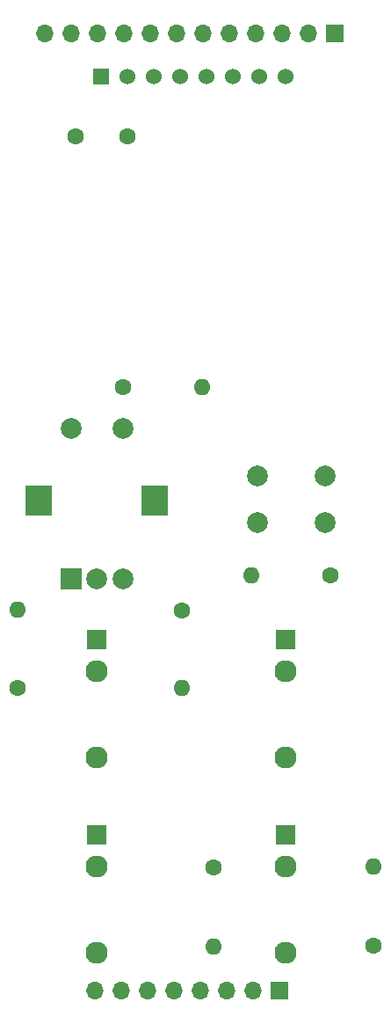
<source format=gts>
G04 #@! TF.GenerationSoftware,KiCad,Pcbnew,(7.0.0)*
G04 #@! TF.CreationDate,2023-03-19T22:56:20+00:00*
G04 #@! TF.ProjectId,front_microlidian,66726f6e-745f-46d6-9963-726f6c696469,rev?*
G04 #@! TF.SameCoordinates,Original*
G04 #@! TF.FileFunction,Soldermask,Top*
G04 #@! TF.FilePolarity,Negative*
%FSLAX46Y46*%
G04 Gerber Fmt 4.6, Leading zero omitted, Abs format (unit mm)*
G04 Created by KiCad (PCBNEW (7.0.0)) date 2023-03-19 22:56:20*
%MOMM*%
%LPD*%
G01*
G04 APERTURE LIST*
%ADD10C,1.600000*%
%ADD11O,1.600000X1.600000*%
%ADD12C,2.000000*%
%ADD13R,1.524000X1.524000*%
%ADD14C,1.524000*%
%ADD15R,2.000000X2.000000*%
%ADD16R,2.500000X3.000000*%
%ADD17R,1.930000X1.830000*%
%ADD18C,2.130000*%
%ADD19R,1.700000X1.700000*%
%ADD20O,1.700000X1.700000*%
G04 APERTURE END LIST*
D10*
X101955600Y-104682600D03*
D11*
X101955599Y-112182599D03*
D10*
X116255800Y-101320600D03*
D11*
X108635799Y-101320599D03*
D10*
X120421400Y-136982200D03*
D11*
X120421399Y-129362199D03*
D10*
X105054400Y-129438400D03*
D11*
X105054399Y-137058399D03*
D12*
X109305590Y-91761880D03*
X115805590Y-91761880D03*
X109305590Y-96261880D03*
X115805590Y-96261880D03*
D13*
X94195389Y-53319879D03*
D14*
X96735390Y-53319880D03*
X99275390Y-53319880D03*
X101815390Y-53319880D03*
X104355390Y-53319880D03*
X106895390Y-53319880D03*
X109435390Y-53319880D03*
X111975390Y-53319880D03*
D15*
X91299589Y-101653879D03*
D12*
X96299590Y-101653880D03*
X93799590Y-101653880D03*
D16*
X88199589Y-94153879D03*
X99399589Y-94153879D03*
D12*
X91299590Y-87153880D03*
X96299590Y-87153880D03*
D17*
X93793389Y-107479279D03*
D18*
X93793390Y-118879280D03*
X93793390Y-110579280D03*
D17*
X93792989Y-126265879D03*
D18*
X93792990Y-137665880D03*
X93792990Y-129365880D03*
D10*
X86156800Y-112131800D03*
D11*
X86156799Y-104631799D03*
D18*
X111963390Y-129365880D03*
D17*
X111963389Y-126265879D03*
D18*
X111963390Y-137665880D03*
D10*
X96342200Y-83159600D03*
D11*
X103962199Y-83159599D03*
D17*
X111963389Y-107479279D03*
D18*
X111963390Y-118879280D03*
X111963390Y-110579280D03*
D10*
X96734000Y-59080400D03*
X91734000Y-59080400D03*
D19*
X116738799Y-49124999D03*
D20*
X114198799Y-49124999D03*
X111658799Y-49124999D03*
X109118799Y-49124999D03*
X106578799Y-49124999D03*
X104038799Y-49124999D03*
X101498799Y-49124999D03*
X98958799Y-49124999D03*
X96418799Y-49124999D03*
X93878799Y-49124999D03*
X91338799Y-49124999D03*
X88798799Y-49124999D03*
D19*
X111353599Y-141300199D03*
D20*
X108813599Y-141300199D03*
X106273599Y-141300199D03*
X103733599Y-141300199D03*
X101193599Y-141300199D03*
X98653599Y-141300199D03*
X96113599Y-141300199D03*
X93573599Y-141300199D03*
M02*

</source>
